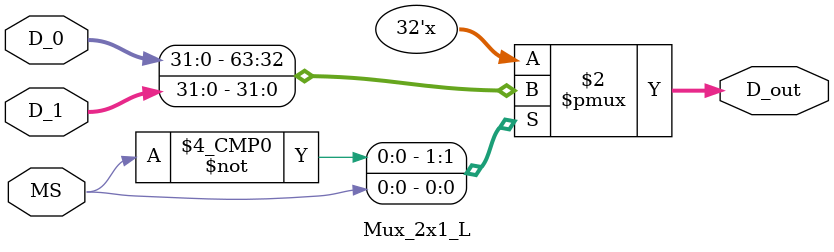
<source format=v>
`timescale 1ns / 1ps


module Mux_2x1_L #(parameter P=32) //MULTIPLEXOR 2X1  DE 32 BITS 
(
//Input Signals
input wire MS, // SELECTOR
input wire [P-1:0] D_0, //DATO DE EN LA ENTRADA 0
input wire [P-1:0] D_1, //DATO DE EN LA ENTRADA 1

//Output Signals
output reg [P-1:0] D_out //SALIDA 
);

    always @*
        begin
            case(MS)
                1'b0: D_out = D_0;
                1'b1: D_out = D_1;
                default : D_out = D_0;
            endcase
        end

endmodule

</source>
